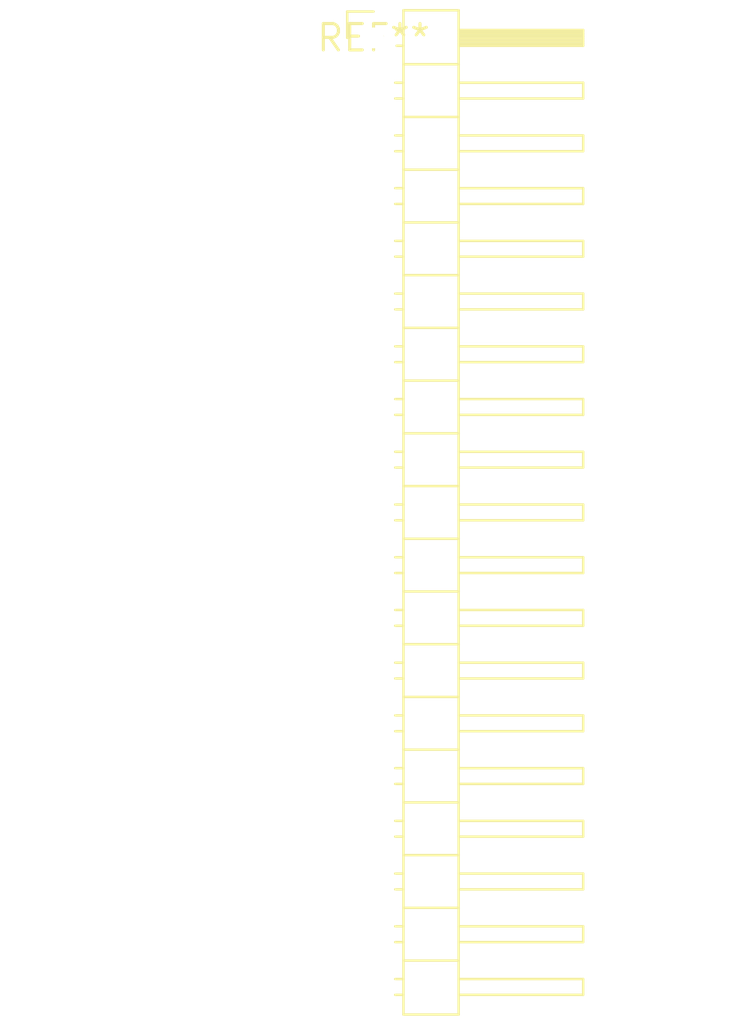
<source format=kicad_pcb>
(kicad_pcb (version 20240108) (generator pcbnew)
  (layers (0 "F.Cu" signal) (31 "B.Cu" signal) (34 "B.Paste" user) (35 "F.Paste" user) (36 "B.SilkS" user "B.Silkscreen") (37 "F.SilkS" user "F.Silkscreen") (38 "B.Mask" user) (39 "F.Mask" user) (44 "Edge.Cuts" user))
  (net 0 "")
  (footprint "PinHeader_1x19_P2.54mm_Horizontal" (layer "F.Cu") (at 0 0)
    (property "Reference" "REF**")
    (property "Value" "PinHeader_1x19_P2.54mm_Horizontal")
    (fp_line (start -1.27 -1.27) (end 0 -1.27) (layer "F.SilkS") (stroke (width 0.12)))
    (fp_line (start -1.27 0) (end -1.27 -1.27) (layer "F.SilkS") (stroke (width 0.12)))
    (fp_line (start 1.042929 2.16) (end 1.44 2.16) (layer "F.SilkS") (stroke (width 0.12)))
    (fp_line (start 1.042929 2.92) (end 1.44 2.92) (layer "F.SilkS") (stroke (width 0.12)))
    (fp_line (start 1.042929 4.7) (end 1.44 4.7) (layer "F.SilkS") (stroke (width 0.12)))
    (fp_line (start 1.042929 5.46) (end 1.44 5.46) (layer "F.SilkS") (stroke (width 0.12)))
    (fp_line (start 1.042929 7.24) (end 1.44 7.24) (layer "F.SilkS") (stroke (width 0.12)))
    (fp_line (start 1.042929 8) (end 1.44 8) (layer "F.SilkS") (stroke (width 0.12)))
    (fp_line (start 1.042929 9.78) (end 1.44 9.78) (layer "F.SilkS") (stroke (width 0.12)))
    (fp_line (start 1.042929 10.54) (end 1.44 10.54) (layer "F.SilkS") (stroke (width 0.12)))
    (fp_line (start 1.042929 12.32) (end 1.44 12.32) (layer "F.SilkS") (stroke (width 0.12)))
    (fp_line (start 1.042929 13.08) (end 1.44 13.08) (layer "F.SilkS") (stroke (width 0.12)))
    (fp_line (start 1.042929 14.86) (end 1.44 14.86) (layer "F.SilkS") (stroke (width 0.12)))
    (fp_line (start 1.042929 15.62) (end 1.44 15.62) (layer "F.SilkS") (stroke (width 0.12)))
    (fp_line (start 1.042929 17.4) (end 1.44 17.4) (layer "F.SilkS") (stroke (width 0.12)))
    (fp_line (start 1.042929 18.16) (end 1.44 18.16) (layer "F.SilkS") (stroke (width 0.12)))
    (fp_line (start 1.042929 19.94) (end 1.44 19.94) (layer "F.SilkS") (stroke (width 0.12)))
    (fp_line (start 1.042929 20.7) (end 1.44 20.7) (layer "F.SilkS") (stroke (width 0.12)))
    (fp_line (start 1.042929 22.48) (end 1.44 22.48) (layer "F.SilkS") (stroke (width 0.12)))
    (fp_line (start 1.042929 23.24) (end 1.44 23.24) (layer "F.SilkS") (stroke (width 0.12)))
    (fp_line (start 1.042929 25.02) (end 1.44 25.02) (layer "F.SilkS") (stroke (width 0.12)))
    (fp_line (start 1.042929 25.78) (end 1.44 25.78) (layer "F.SilkS") (stroke (width 0.12)))
    (fp_line (start 1.042929 27.56) (end 1.44 27.56) (layer "F.SilkS") (stroke (width 0.12)))
    (fp_line (start 1.042929 28.32) (end 1.44 28.32) (layer "F.SilkS") (stroke (width 0.12)))
    (fp_line (start 1.042929 30.1) (end 1.44 30.1) (layer "F.SilkS") (stroke (width 0.12)))
    (fp_line (start 1.042929 30.86) (end 1.44 30.86) (layer "F.SilkS") (stroke (width 0.12)))
    (fp_line (start 1.042929 32.64) (end 1.44 32.64) (layer "F.SilkS") (stroke (width 0.12)))
    (fp_line (start 1.042929 33.4) (end 1.44 33.4) (layer "F.SilkS") (stroke (width 0.12)))
    (fp_line (start 1.042929 35.18) (end 1.44 35.18) (layer "F.SilkS") (stroke (width 0.12)))
    (fp_line (start 1.042929 35.94) (end 1.44 35.94) (layer "F.SilkS") (stroke (width 0.12)))
    (fp_line (start 1.042929 37.72) (end 1.44 37.72) (layer "F.SilkS") (stroke (width 0.12)))
    (fp_line (start 1.042929 38.48) (end 1.44 38.48) (layer "F.SilkS") (stroke (width 0.12)))
    (fp_line (start 1.042929 40.26) (end 1.44 40.26) (layer "F.SilkS") (stroke (width 0.12)))
    (fp_line (start 1.042929 41.02) (end 1.44 41.02) (layer "F.SilkS") (stroke (width 0.12)))
    (fp_line (start 1.042929 42.8) (end 1.44 42.8) (layer "F.SilkS") (stroke (width 0.12)))
    (fp_line (start 1.042929 43.56) (end 1.44 43.56) (layer "F.SilkS") (stroke (width 0.12)))
    (fp_line (start 1.042929 45.34) (end 1.44 45.34) (layer "F.SilkS") (stroke (width 0.12)))
    (fp_line (start 1.042929 46.1) (end 1.44 46.1) (layer "F.SilkS") (stroke (width 0.12)))
    (fp_line (start 1.11 -0.38) (end 1.44 -0.38) (layer "F.SilkS") (stroke (width 0.12)))
    (fp_line (start 1.11 0.38) (end 1.44 0.38) (layer "F.SilkS") (stroke (width 0.12)))
    (fp_line (start 1.44 -1.33) (end 1.44 47.05) (layer "F.SilkS") (stroke (width 0.12)))
    (fp_line (start 1.44 1.27) (end 4.1 1.27) (layer "F.SilkS") (stroke (width 0.12)))
    (fp_line (start 1.44 3.81) (end 4.1 3.81) (layer "F.SilkS") (stroke (width 0.12)))
    (fp_line (start 1.44 6.35) (end 4.1 6.35) (layer "F.SilkS") (stroke (width 0.12)))
    (fp_line (start 1.44 8.89) (end 4.1 8.89) (layer "F.SilkS") (stroke (width 0.12)))
    (fp_line (start 1.44 11.43) (end 4.1 11.43) (layer "F.SilkS") (stroke (width 0.12)))
    (fp_line (start 1.44 13.97) (end 4.1 13.97) (layer "F.SilkS") (stroke (width 0.12)))
    (fp_line (start 1.44 16.51) (end 4.1 16.51) (layer "F.SilkS") (stroke (width 0.12)))
    (fp_line (start 1.44 19.05) (end 4.1 19.05) (layer "F.SilkS") (stroke (width 0.12)))
    (fp_line (start 1.44 21.59) (end 4.1 21.59) (layer "F.SilkS") (stroke (width 0.12)))
    (fp_line (start 1.44 24.13) (end 4.1 24.13) (layer "F.SilkS") (stroke (width 0.12)))
    (fp_line (start 1.44 26.67) (end 4.1 26.67) (layer "F.SilkS") (stroke (width 0.12)))
    (fp_line (start 1.44 29.21) (end 4.1 29.21) (layer "F.SilkS") (stroke (width 0.12)))
    (fp_line (start 1.44 31.75) (end 4.1 31.75) (layer "F.SilkS") (stroke (width 0.12)))
    (fp_line (start 1.44 34.29) (end 4.1 34.29) (layer "F.SilkS") (stroke (width 0.12)))
    (fp_line (start 1.44 36.83) (end 4.1 36.83) (layer "F.SilkS") (stroke (width 0.12)))
    (fp_line (start 1.44 39.37) (end 4.1 39.37) (layer "F.SilkS") (stroke (width 0.12)))
    (fp_line (start 1.44 41.91) (end 4.1 41.91) (layer "F.SilkS") (stroke (width 0.12)))
    (fp_line (start 1.44 44.45) (end 4.1 44.45) (layer "F.SilkS") (stroke (width 0.12)))
    (fp_line (start 1.44 47.05) (end 4.1 47.05) (layer "F.SilkS") (stroke (width 0.12)))
    (fp_line (start 4.1 -1.33) (end 1.44 -1.33) (layer "F.SilkS") (stroke (width 0.12)))
    (fp_line (start 4.1 -0.38) (end 10.1 -0.38) (layer "F.SilkS") (stroke (width 0.12)))
    (fp_line (start 4.1 -0.32) (end 10.1 -0.32) (layer "F.SilkS") (stroke (width 0.12)))
    (fp_line (start 4.1 -0.2) (end 10.1 -0.2) (layer "F.SilkS") (stroke (width 0.12)))
    (fp_line (start 4.1 -0.08) (end 10.1 -0.08) (layer "F.SilkS") (stroke (width 0.12)))
    (fp_line (start 4.1 0.04) (end 10.1 0.04) (layer "F.SilkS") (stroke (width 0.12)))
    (fp_line (start 4.1 0.16) (end 10.1 0.16) (layer "F.SilkS") (stroke (width 0.12)))
    (fp_line (start 4.1 0.28) (end 10.1 0.28) (layer "F.SilkS") (stroke (width 0.12)))
    (fp_line (start 4.1 2.16) (end 10.1 2.16) (layer "F.SilkS") (stroke (width 0.12)))
    (fp_line (start 4.1 4.7) (end 10.1 4.7) (layer "F.SilkS") (stroke (width 0.12)))
    (fp_line (start 4.1 7.24) (end 10.1 7.24) (layer "F.SilkS") (stroke (width 0.12)))
    (fp_line (start 4.1 9.78) (end 10.1 9.78) (layer "F.SilkS") (stroke (width 0.12)))
    (fp_line (start 4.1 12.32) (end 10.1 12.32) (layer "F.SilkS") (stroke (width 0.12)))
    (fp_line (start 4.1 14.86) (end 10.1 14.86) (layer "F.SilkS") (stroke (width 0.12)))
    (fp_line (start 4.1 17.4) (end 10.1 17.4) (layer "F.SilkS") (stroke (width 0.12)))
    (fp_line (start 4.1 19.94) (end 10.1 19.94) (layer "F.SilkS") (stroke (width 0.12)))
    (fp_line (start 4.1 22.48) (end 10.1 22.48) (layer "F.SilkS") (stroke (width 0.12)))
    (fp_line (start 4.1 25.02) (end 10.1 25.02) (layer "F.SilkS") (stroke (width 0.12)))
    (fp_line (start 4.1 27.56) (end 10.1 27.56) (layer "F.SilkS") (stroke (width 0.12)))
    (fp_line (start 4.1 30.1) (end 10.1 30.1) (layer "F.SilkS") (stroke (width 0.12)))
    (fp_line (start 4.1 32.64) (end 10.1 32.64) (layer "F.SilkS") (stroke (width 0.12)))
    (fp_line (start 4.1 35.18) (end 10.1 35.18) (layer "F.SilkS") (stroke (width 0.12)))
    (fp_line (start 4.1 37.72) (end 10.1 37.72) (layer "F.SilkS") (stroke (width 0.12)))
    (fp_line (start 4.1 40.26) (end 10.1 40.26) (layer "F.SilkS") (stroke (width 0.12)))
    (fp_line (start 4.1 42.8) (end 10.1 42.8) (layer "F.SilkS") (stroke (width 0.12)))
    (fp_line (start 4.1 45.34) (end 10.1 45.34) (layer "F.SilkS") (stroke (width 0.12)))
    (fp_line (start 4.1 47.05) (end 4.1 -1.33) (layer "F.SilkS") (stroke (width 0.12)))
    (fp_line (start 10.1 -0.38) (end 10.1 0.38) (layer "F.SilkS") (stroke (width 0.12)))
    (fp_line (start 10.1 0.38) (end 4.1 0.38) (layer "F.SilkS") (stroke (width 0.12)))
    (fp_line (start 10.1 2.16) (end 10.1 2.92) (layer "F.SilkS") (stroke (width 0.12)))
    (fp_line (start 10.1 2.92) (end 4.1 2.92) (layer "F.SilkS") (stroke (width 0.12)))
    (fp_line (start 10.1 4.7) (end 10.1 5.46) (layer "F.SilkS") (stroke (width 0.12)))
    (fp_line (start 10.1 5.46) (end 4.1 5.46) (layer "F.SilkS") (stroke (width 0.12)))
    (fp_line (start 10.1 7.24) (end 10.1 8) (layer "F.SilkS") (stroke (width 0.12)))
    (fp_line (start 10.1 8) (end 4.1 8) (layer "F.SilkS") (stroke (width 0.12)))
    (fp_line (start 10.1 9.78) (end 10.1 10.54) (layer "F.SilkS") (stroke (width 0.12)))
    (fp_line (start 10.1 10.54) (end 4.1 10.54) (layer "F.SilkS") (stroke (width 0.12)))
    (fp_line (start 10.1 12.32) (end 10.1 13.08) (layer "F.SilkS") (stroke (width 0.12)))
    (fp_line (start 10.1 13.08) (end 4.1 13.08) (layer "F.SilkS") (stroke (width 0.12)))
    (fp_line (start 10.1 14.86) (end 10.1 15.62) (layer "F.SilkS") (stroke (width 0.12)))
    (fp_line (start 10.1 15.62) (end 4.1 15.62) (layer "F.SilkS") (stroke (width 0.12)))
    (fp_line (start 10.1 17.4) (end 10.1 18.16) (layer "F.SilkS") (stroke (width 0.12)))
    (fp_line (start 10.1 18.16) (end 4.1 18.16) (layer "F.SilkS") (stroke (width 0.12)))
    (fp_line (start 10.1 19.94) (end 10.1 20.7) (layer "F.SilkS") (stroke (width 0.12)))
    (fp_line (start 10.1 20.7) (end 4.1 20.7) (layer "F.SilkS") (stroke (width 0.12)))
    (fp_line (start 10.1 22.48) (end 10.1 23.24) (layer "F.SilkS") (stroke (width 0.12)))
    (fp_line (start 10.1 23.24) (end 4.1 23.24) (layer "F.SilkS") (stroke (width 0.12)))
    (fp_line (start 10.1 25.02) (end 10.1 25.78) (layer "F.SilkS") (stroke (width 0.12)))
    (fp_line (start 10.1 25.78) (end 4.1 25.78) (layer "F.SilkS") (stroke (width 0.12)))
    (fp_line (start 10.1 27.56) (end 10.1 28.32) (layer "F.SilkS") (stroke (width 0.12)))
    (fp_line (start 10.1 28.32) (end 4.1 28.32) (layer "F.SilkS") (stroke (width 0.12)))
    (fp_line (start 10.1 30.1) (end 10.1 30.86) (layer "F.SilkS") (stroke (width 0.12)))
    (fp_line (start 10.1 30.86) (end 4.1 30.86) (layer "F.SilkS") (stroke (width 0.12)))
    (fp_line (start 10.1 32.64) (end 10.1 33.4) (layer "F.SilkS") (stroke (width 0.12)))
    (fp_line (start 10.1 33.4) (end 4.1 33.4) (layer "F.SilkS") (stroke (width 0.12)))
    (fp_line (start 10.1 35.18) (end 10.1 35.94) (layer "F.SilkS") (stroke (width 0.12)))
    (fp_line (start 10.1 35.94) (end 4.1 35.94) (layer "F.SilkS") (stroke (width 0.12)))
    (fp_line (start 10.1 37.72) (end 10.1 38.48) (layer "F.SilkS") (stroke (width 0.12)))
    (fp_line (start 10.1 38.48) (end 4.1 38.48) (layer "F.SilkS") (stroke (width 0.12)))
    (fp_line (start 10.1 40.26) (end 10.1 41.02) (layer "F.SilkS") (stroke (width 0.12)))
    (fp_line (start 10.1 41.02) (end 4.1 41.02) (layer "F.SilkS") (stroke (width 0.12)))
    (fp_line (start 10.1 42.8) (end 10.1 43.56) (layer "F.SilkS") (stroke (width 0.12)))
    (fp_line (start 10.1 43.56) (end 4.1 43.56) (layer "F.SilkS") (stroke (width 0.12)))
    (fp_line (start 10.1 45.34) (end 10.1 46.1) (layer "F.SilkS") (stroke (width 0.12)))
    (fp_line (start 10.1 46.1) (end 4.1 46.1) (layer "F.SilkS") (stroke (width 0.12)))
    (pad "1" thru_hole rect (at 0 0) (size 1.7 1.7) (drill 1) (layers *.Cu *.Mask) (remove_unused_layers))
    (pad "2" thru_hole oval (at 0 2.54) (size 1.7 1.7) (drill 1) (layers *.Cu *.Mask) (remove_unused_layers))
    (pad "3" thru_hole oval (at 0 5.08) (size 1.7 1.7) (drill 1) (layers *.Cu *.Mask) (remove_unused_layers))
    (pad "4" thru_hole oval (at 0 7.62) (size 1.7 1.7) (drill 1) (layers *.Cu *.Mask) (remove_unused_layers))
    (pad "5" thru_hole oval (at 0 10.16) (size 1.7 1.7) (drill 1) (layers *.Cu *.Mask) (remove_unused_layers))
    (pad "6" thru_hole oval (at 0 12.7) (size 1.7 1.7) (drill 1) (layers *.Cu *.Mask) (remove_unused_layers))
    (pad "7" thru_hole oval (at 0 15.24) (size 1.7 1.7) (drill 1) (layers *.Cu *.Mask) (remove_unused_layers))
    (pad "8" thru_hole oval (at 0 17.78) (size 1.7 1.7) (drill 1) (layers *.Cu *.Mask) (remove_unused_layers))
    (pad "9" thru_hole oval (at 0 20.32) (size 1.7 1.7) (drill 1) (layers *.Cu *.Mask) (remove_unused_layers))
    (pad "10" thru_hole oval (at 0 22.86) (size 1.7 1.7) (drill 1) (layers *.Cu *.Mask) (remove_unused_layers))
    (pad "11" thru_hole oval (at 0 25.4) (size 1.7 1.7) (drill 1) (layers *.Cu *.Mask) (remove_unused_layers))
    (pad "12" thru_hole oval (at 0 27.94) (size 1.7 1.7) (drill 1) (layers *.Cu *.Mask) (remove_unused_layers))
    (pad "13" thru_hole oval (at 0 30.48) (size 1.7 1.7) (drill 1) (layers *.Cu *.Mask) (remove_unused_layers))
    (pad "14" thru_hole oval (at 0 33.02) (size 1.7 1.7) (drill 1) (layers *.Cu *.Mask) (remove_unused_layers))
    (pad "15" thru_hole oval (at 0 35.56) (size 1.7 1.7) (drill 1) (layers *.Cu *.Mask) (remove_unused_layers))
    (pad "16" thru_hole oval (at 0 38.1) (size 1.7 1.7) (drill 1) (layers *.Cu *.Mask) (remove_unused_layers))
    (pad "17" thru_hole oval (at 0 40.64) (size 1.7 1.7) (drill 1) (layers *.Cu *.Mask) (remove_unused_layers))
    (pad "18" thru_hole oval (at 0 43.18) (size 1.7 1.7) (drill 1) (layers *.Cu *.Mask) (remove_unused_layers))
    (pad "19" thru_hole oval (at 0 45.72) (size 1.7 1.7) (drill 1) (layers *.Cu *.Mask) (remove_unused_layers))
  )
)
</source>
